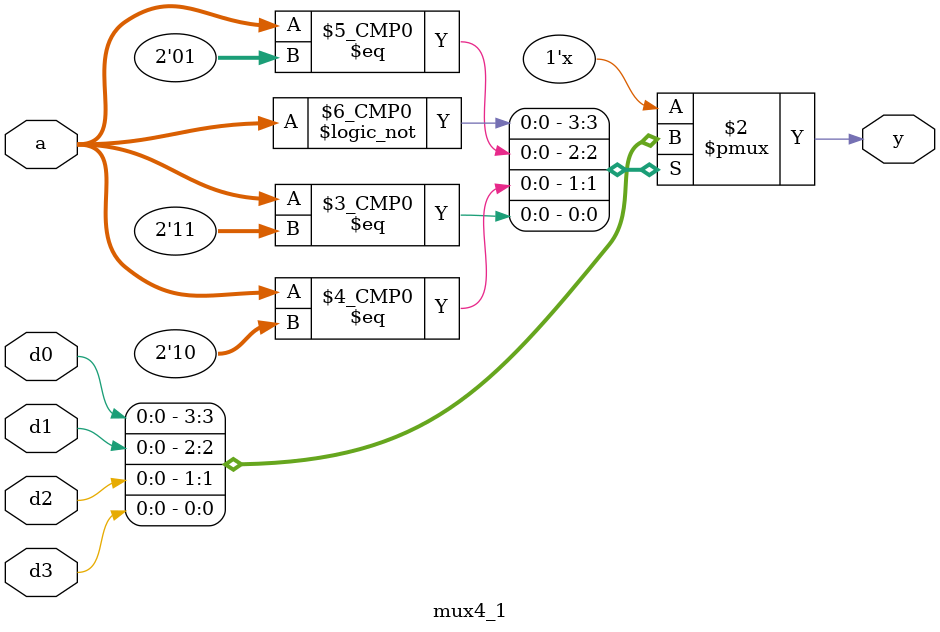
<source format=sv>
module mux4_1(input logic [1:0] a,
            input logic d0, d1, d2, d3,
            output logic y);

	always_comb begin
		case (a)
			2'b00 : y = d0;
			2'b01 : y = d1;
			2'b10 : y = d2;
			2'b11 : y = d3;
		endcase
	end

endmodule
</source>
